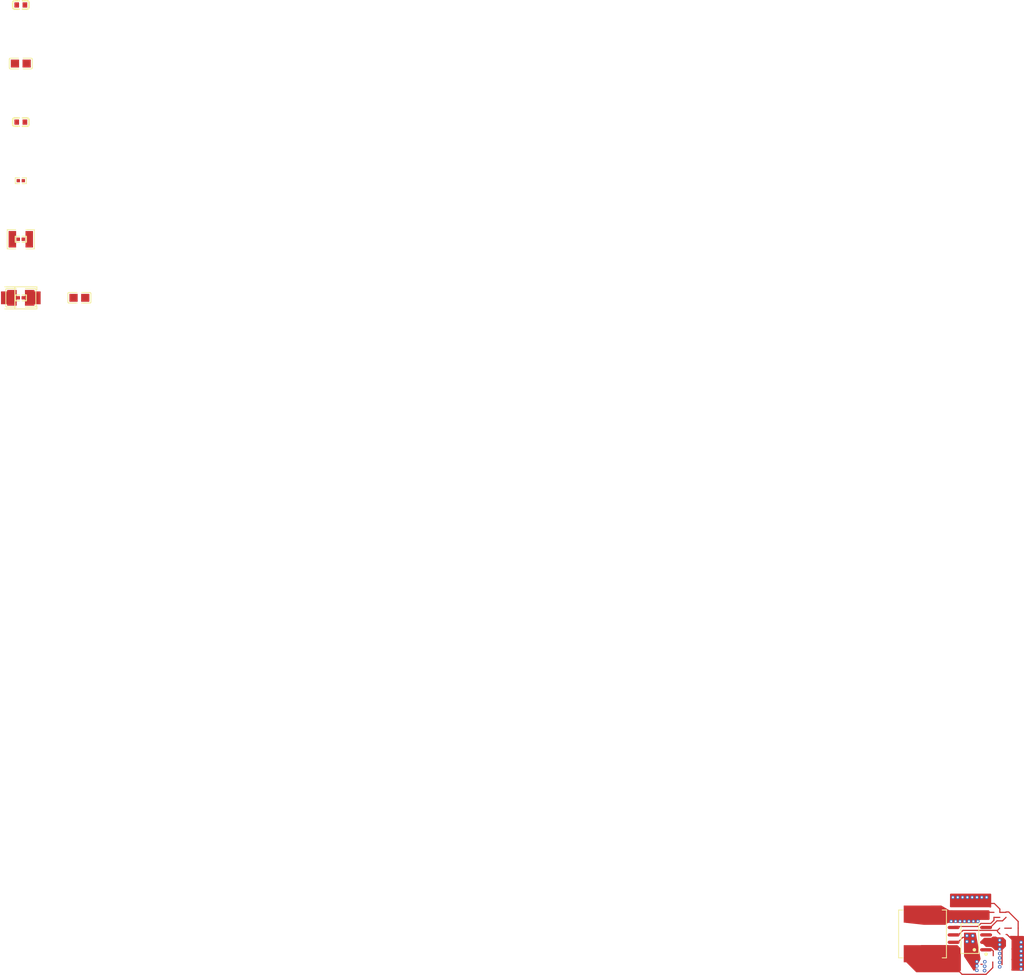
<source format=kicad_pcb>
(kicad_pcb (version 20241229) (generator "pcbnew") (generator_version "9.0")
  (layers (0 "F.Cu" signal) (2 "B.Cu" signal) (13 "F.Paste" user) (15 "B.Paste" user) (5 "F.SilkS" user "F.Silkscreen") (7 "B.SilkS" user "B.Silkscreen") (1 "F.Mask" user) (3 "B.Mask" user) (25 "Edge.Cuts" user))
  (net 3 "FB")
  (net 12 "c_comp-power-hv")
  (net 13 "cathode")
  (net 14 "anode")
  (net 15 "hv")
  (net 16 "c_comp1-power-hv")
  (net 17 "RT_CLK")
  (net 2 "c_in-power-hv")
  (net 4 "EN")
  (net 6 "c_out-power-hv")
  (footprint "Texas_Instruments_TPS54560DDAR:SOIC-8_L5.0-W4.0-P1.27-LS6.0-BL-EP2.0" (layer "F.Cu") (at 162.03 109.4 90)
    (property "Reference" "U1" (hide yes))
    (property "Value" "")
    (fp_line (start -2.53 -1.52) (end 2.53 -1.52) (stroke (width 0.15)) (layer "F.SilkS"))
    (fp_line (start -2.53 1.52) (end -2.53 -1.52) (stroke (width 0.15)) (layer "F.SilkS"))
    (fp_line (start 2.53 -1.52) (end 2.53 1.52) (stroke (width 0.15)) (layer "F.SilkS"))
    (fp_line (start 2.53 1.52) (end -2.53 1.52) (stroke (width 0.15)) (layer "F.SilkS"))
    (fp_circle (center -2.64 2.77) (end -2.49 2.77) (stroke (width 0.3)) (fill no) (layer "F.SilkS"))
    (fp_circle (center -1.91 0.77) (end -1.76 0.77) (stroke (width 0.3)) (fill no) (layer "F.SilkS"))
    (pad "1" smd oval (at -1.91 2.77 90) (size 0.57 2.04) (layers "F.Cu" "F.Mask" "F.Paste") (net 15 "hv"))
    (pad "2" smd oval (at -0.63 2.77 90) (size 0.57 2.04) (layers "F.Cu" "F.Mask" "F.Paste") (net 2 "c_in-power-hv"))
    (pad "3" smd oval (at 0.63 2.77 90) (size 0.57 2.04) (layers "F.Cu" "F.Mask" "F.Paste") (net 4 "EN"))
    (pad "4" smd oval (at 1.9 2.77 90) (size 0.57 2.04) (layers "F.Cu" "F.Mask" "F.Paste") (net 17 "RT_CLK"))
    (pad "5" smd oval (at 1.9 -2.77 90) (size 0.57 2.04) (layers "F.Cu" "F.Mask" "F.Paste") (net 3 "FB"))
    (pad "6" smd oval (at 0.63 -2.77 90) (size 0.57 2.04) (layers "F.Cu" "F.Mask" "F.Paste") (net 16 "c_comp1-power-hv"))
    (pad "7" smd oval (at -0.63 -2.77 90) (size 0.57 2.04) (layers "F.Cu" "F.Mask" "F.Paste") (net 14 "anode"))
    (pad "8" smd oval (at -1.91 -2.77 90) (size 0.57 2.04) (layers "F.Cu" "F.Mask" "F.Paste") (net 13 "cathode"))
    (pad "9" thru_hole circle (at -0.5 -0.5 90) (size 0.61 0.61) (drill 0.3) (layers "*.Cu" "*.Paste" "*.Mask") (net 14 "anode"))
    (pad "9" thru_hole circle (at -0.5 0.5 90) (size 0.61 0.61) (drill 0.3) (layers "*.Cu" "*.Paste" "*.Mask") (net 14 "anode"))
    (pad "9" smd rect (at 0 0 90) (size 2 2) (layers "F.Cu" "F.Mask" "F.Paste") (net 14 "anode"))
    (pad "9" thru_hole circle (at 0.5 -0.5 90) (size 0.61 0.61) (drill 0.3) (layers "*.Cu" "*.Paste" "*.Mask") (net 14 "anode"))
    (pad "9" thru_hole circle (at 0.5 0.5 90) (size 0.61 0.61) (drill 0.3) (layers "*.Cu" "*.Paste" "*.Mask") (net 14 "anode"))
  )
  (footprint "Sunlord_SWPA8040S2R2MT:IND-SMD_L8.0-W8.0_SWPA8040S" (layer "F.Cu") (at 153.95 108.6 -90)
    (property "Reference" "L1" (hide yes))
    (property "Value" "L 0H")
    (fp_line (start -4.08 -3.36) (end -4.08 -4.08) (stroke (width 0.15)) (layer "F.SilkS") (layers "F.SilkS"))
    (fp_line (start -4.08 -4.08) (end 4.08 -4.08) (stroke (width 0.15)) (layer "F.SilkS") (layers "F.SilkS"))
    (fp_line (start 4.08 -4.08) (end 4.08 -3.36) (stroke (width 0.15)) (layer "F.SilkS") (layers "F.SilkS"))
    (fp_line (start -4.08 3.36) (end -4.08 4.08) (stroke (width 0.15)) (layer "F.SilkS") (layers "F.SilkS"))
    (fp_line (start -4.08 4.08) (end 4.08 4.08) (stroke (width 0.15)) (layer "F.SilkS") (layers "F.SilkS"))
    (fp_line (start 4.08 4.08) (end 4.08 3.36) (stroke (width 0.15)) (layer "F.SilkS") (layers "F.SilkS"))
    (pad "1" smd rect (at 3.38 0 270) (size 2.92 6.42) (layers "F.Cu" "F.Paste" "F.Mask") (net 13 "cathode"))
    (pad "2" smd rect (at -3.38 0 270) (size 2.92 6.42) (layers "F.Cu" "F.Paste" "F.Mask") (net 6 "c_out-power-hv"))
  )
  (footprint "UNI_ROYAL_0402WGF4022TCE:R0402" (layer "F.Cu") (at 0 0 0)
    (property "Reference" "R2" (hide yes))
    (property "Value" "40200Ω")
    (fp_line (start -0.23 0.5) (end -0.94 0.5) (stroke (width 0.15)) (layer "F.SilkS") (layers "F.SilkS"))
    (fp_line (start -0.94 0.5) (end -0.94 -0.5) (stroke (width 0.15)) (layer "F.SilkS") (layers "F.SilkS"))
    (fp_line (start -0.94 -0.5) (end -0.23 -0.5) (stroke (width 0.15)) (layer "F.SilkS") (layers "F.SilkS"))
    (fp_line (start 0.23 0.5) (end 0.94 0.5) (stroke (width 0.15)) (layer "F.SilkS") (layers "F.SilkS"))
    (fp_line (start 0.94 0.5) (end 0.94 -0.5) (stroke (width 0.15)) (layer "F.SilkS") (layers "F.SilkS"))
    (fp_line (start 0.94 -0.5) (end 0.23 -0.5) (stroke (width 0.15)) (layer "F.SilkS") (layers "F.SilkS"))
    (pad "2" smd rect (at 0.43 0 0) (size 0.57 0.54) (layers "F.Cu" "F.Paste" "F.Mask") (net 3 "FB"))
    (pad "1" smd rect (at -0.43 0 0) (size 0.57 0.54) (layers "F.Cu" "F.Paste" "F.Mask") (net 6 "c_out-power-hv"))
  )
  (footprint "UNI_ROYAL_0402WGF7681TCE:R0402" (layer "F.Cu") (at 0 -10 0)
    (property "Reference" "R1" (hide yes))
    (property "Value" "7680Ω")
    (fp_line (start -0.23 0.5) (end -0.94 0.5) (stroke (width 0.15)) (layer "F.SilkS") (layers "F.SilkS"))
    (fp_line (start -0.94 0.5) (end -0.94 -0.5) (stroke (width 0.15)) (layer "F.SilkS") (layers "F.SilkS"))
    (fp_line (start -0.94 -0.5) (end -0.23 -0.5) (stroke (width 0.15)) (layer "F.SilkS") (layers "F.SilkS"))
    (fp_line (start 0.23 0.5) (end 0.94 0.5) (stroke (width 0.15)) (layer "F.SilkS") (layers "F.SilkS"))
    (fp_line (start 0.94 0.5) (end 0.94 -0.5) (stroke (width 0.15)) (layer "F.SilkS") (layers "F.SilkS"))
    (fp_line (start 0.94 -0.5) (end 0.23 -0.5) (stroke (width 0.15)) (layer "F.SilkS") (layers "F.SilkS"))
    (pad "2" smd rect (at 0.43 0 0) (size 0.57 0.54) (layers "F.Cu" "F.Paste" "F.Mask") (net 14 "anode"))
    (pad "1" smd rect (at -0.43 0 0) (size 0.57 0.54) (layers "F.Cu" "F.Paste" "F.Mask") (net 3 "FB"))
  )
  (footprint "STMicroelectronics_STPS340U:SMB_L4.6-W3.6-LS5.3-RD" (layer "F.Cu") (at 0 0 0)
    (property "Reference" "D1" (hide yes))
    (property "Value" "")
    (fp_line (start -1.02 -1.89) (end -1.02 1.89) (stroke (width 0.15)) (layer "F.SilkS"))
    (fp_line (start -2.74 -1.89) (end 2.74 -1.89) (stroke (width 0.15)) (layer "F.SilkS"))
    (fp_line (start -2.74 1.89) (end 2.74 1.89) (stroke (width 0.15)) (layer "F.SilkS"))
    (fp_line (start 2.74 -1.89) (end 2.74 -1.3) (stroke (width 0.15)) (layer "F.SilkS"))
    (fp_line (start 2.74 1.89) (end 2.74 1.3) (stroke (width 0.15)) (layer "F.SilkS"))
    (pad "2" smd rect (at 2.36 0 0) (size 2.05 2.19) (layers "F.Cu" "F.Paste" "F.Mask") (net 14 "anode"))
    (pad "1" smd rect (at -2.36 0 0) (size 2.05 2.19) (layers "F.Cu" "F.Paste" "F.Mask") (net 13 "cathode"))
  )
  (footprint "Samsung_Electro_Mechanics_CL21A106KAYNNNE:C0805" (layer "F.Cu") (at 10 0 0)
    (property "Reference" "C1" (hide yes))
    (property "Value" "0F")
    (fp_line (start 1.81 -0.9) (end 0.4 -0.9) (stroke (width 0.15)) (layer "F.SilkS") (layers "F.SilkS"))
    (fp_line (start 0.4 0.9) (end 1.81 0.9) (stroke (width 0.15)) (layer "F.SilkS") (layers "F.SilkS"))
    (fp_line (start 1.96 0.75) (end 1.96 -0.75) (stroke (width 0.15)) (layer "F.SilkS") (layers "F.SilkS"))
    (fp_line (start -1.81 -0.9) (end -0.4 -0.9) (stroke (width 0.15)) (layer "F.SilkS") (layers "F.SilkS"))
    (fp_line (start -0.4 0.9) (end -1.81 0.9) (stroke (width 0.15)) (layer "F.SilkS") (layers "F.SilkS"))
    (fp_line (start -1.96 0.75) (end -1.96 -0.75) (stroke (width 0.15)) (layer "F.SilkS") (layers "F.SilkS"))
    (fp_arc (start 1.96 0.75) (mid 1.916066 0.856066) (end 1.81 0.9) (stroke (width 0.15)) (layer "F.SilkS"))
    (fp_arc (start 1.81 -0.9) (mid 1.916066 -0.856066) (end 1.96 -0.75) (stroke (width 0.15)) (layer "F.SilkS"))
    (fp_arc (start -1.96 0.75) (mid -1.916066 0.856066) (end -1.81 0.9) (stroke (width 0.15)) (layer "F.SilkS"))
    (fp_arc (start -1.81 -0.9) (mid -1.916066 -0.856066) (end -1.96 -0.75) (stroke (width 0.15)) (layer "F.SilkS"))
    (pad "2" smd rect (at 1 0 0) (size 1.41 1.35) (layers "F.Cu" "F.Paste" "F.Mask") (net 14 "anode"))
    (pad "1" smd rect (at -1 0 0) (size 1.41 1.35) (layers "F.Cu" "F.Paste" "F.Mask") (net 2 "c_in-power-hv"))
  )
  (footprint "Chinocera_HGC1210R5107M160NSVK:C1210" (layer "F.Cu") (at 0 0 0)
    (property "Reference" "C5" (hide yes))
    (property "Value" "0F")
    (fp_line (start 2.56 1.43) (end 2.56 -1.43) (stroke (width 0.15)) (layer "F.SilkS") (layers "F.SilkS"))
    (fp_line (start 2.41 -1.58) (end 0.78 -1.58) (stroke (width 0.15)) (layer "F.SilkS") (layers "F.SilkS"))
    (fp_line (start 0.78 1.58) (end 2.41 1.58) (stroke (width 0.15)) (layer "F.SilkS") (layers "F.SilkS"))
    (fp_line (start -2.41 -1.58) (end -0.78 -1.58) (stroke (width 0.15)) (layer "F.SilkS") (layers "F.SilkS"))
    (fp_line (start -0.78 1.58) (end -2.41 1.58) (stroke (width 0.15)) (layer "F.SilkS") (layers "F.SilkS"))
    (fp_line (start -2.56 1.43) (end -2.56 -1.43) (stroke (width 0.15)) (layer "F.SilkS") (layers "F.SilkS"))
    (fp_arc (start 2.56 1.43) (mid 2.516066 1.536066) (end 2.41 1.58) (stroke (width 0.15)) (layer "F.SilkS"))
    (fp_arc (start 2.41 -1.58) (mid 2.516066 -1.536066) (end 2.56 -1.43) (stroke (width 0.15)) (layer "F.SilkS"))
    (fp_arc (start -2.56 1.43) (mid -2.516066 1.536066) (end -2.41 1.58) (stroke (width 0.15)) (layer "F.SilkS"))
    (fp_arc (start -2.41 -1.58) (mid -2.516066 -1.536066) (end -2.56 -1.43) (stroke (width 0.15)) (layer "F.SilkS"))
    (pad "2" smd rect (at 1.52 0 0) (size 1.63 2.7) (layers "F.Cu" "F.Paste" "F.Mask") (net 14 "anode"))
    (pad "1" smd rect (at -1.52 0 0) (size 1.63 2.7) (layers "F.Cu" "F.Paste" "F.Mask") (net 6 "c_out-power-hv"))
  )
  (footprint "Vishay_Intertech_CRCW040295K3FKED:R0402" (layer "F.Cu") (at 0 -10 0)
    (property "Reference" "R4" (hide yes))
    (property "Value" "95300Ω")
    (fp_line (start -0.23 0.5) (end -0.94 0.5) (stroke (width 0.15)) (layer "F.SilkS") (layers "F.SilkS"))
    (fp_line (start -0.94 0.5) (end -0.94 -0.5) (stroke (width 0.15)) (layer "F.SilkS") (layers "F.SilkS"))
    (fp_line (start -0.94 -0.5) (end -0.23 -0.5) (stroke (width 0.15)) (layer "F.SilkS") (layers "F.SilkS"))
    (fp_line (start 0.23 0.5) (end 0.94 0.5) (stroke (width 0.15)) (layer "F.SilkS") (layers "F.SilkS"))
    (fp_line (start 0.94 0.5) (end 0.94 -0.5) (stroke (width 0.15)) (layer "F.SilkS") (layers "F.SilkS"))
    (fp_line (start 0.94 -0.5) (end 0.23 -0.5) (stroke (width 0.15)) (layer "F.SilkS") (layers "F.SilkS"))
    (pad "2" smd rect (at 0.43 0 0) (size 0.57 0.54) (layers "F.Cu" "F.Paste" "F.Mask") (net 14 "anode"))
    (pad "1" smd rect (at -0.43 0 0) (size 0.57 0.54) (layers "F.Cu" "F.Paste" "F.Mask") (net 17 "RT_CLK"))
  )
  (footprint "YAGEO_RC0402FR_0723K7L:R0402" (layer "F.Cu") (at 0 -20 0)
    (property "Reference" "R3" (hide yes))
    (property "Value" "23700Ω")
    (fp_line (start -0.23 0.5) (end -0.94 0.5) (stroke (width 0.15)) (layer "F.SilkS") (layers "F.SilkS"))
    (fp_line (start -0.94 0.5) (end -0.94 -0.5) (stroke (width 0.15)) (layer "F.SilkS") (layers "F.SilkS"))
    (fp_line (start -0.94 -0.5) (end -0.23 -0.5) (stroke (width 0.15)) (layer "F.SilkS") (layers "F.SilkS"))
    (fp_line (start 0.23 0.5) (end 0.94 0.5) (stroke (width 0.15)) (layer "F.SilkS") (layers "F.SilkS"))
    (fp_line (start 0.94 0.5) (end 0.94 -0.5) (stroke (width 0.15)) (layer "F.SilkS") (layers "F.SilkS"))
    (fp_line (start 0.94 -0.5) (end 0.23 -0.5) (stroke (width 0.15)) (layer "F.SilkS") (layers "F.SilkS"))
    (pad "2" smd rect (at 0.43 0 0) (size 0.57 0.54) (layers "F.Cu" "F.Paste" "F.Mask") (net 12 "c_comp-power-hv"))
    (pad "1" smd rect (at -0.43 0 0) (size 0.57 0.54) (layers "F.Cu" "F.Paste" "F.Mask") (net 16 "c_comp1-power-hv"))
  )
  (footprint "YAGEO_CC0603JRNPO9BN8R2:C0603" (layer "F.Cu") (at 0 -30 0)
    (property "Reference" "C3" (hide yes))
    (property "Value" "0F")
    (fp_line (start -0.28 0.71) (end -1.08 0.71) (stroke (width 0.25)) (layer "F.SilkS") (layers "F.SilkS"))
    (fp_line (start 0.28 0.71) (end 1.08 0.71) (stroke (width 0.25)) (layer "F.SilkS") (layers "F.SilkS"))
    (fp_line (start -0.28 -0.71) (end -1.08 -0.71) (stroke (width 0.25)) (layer "F.SilkS") (layers "F.SilkS"))
    (fp_line (start 0.28 -0.71) (end 1.08 -0.71) (stroke (width 0.25)) (layer "F.SilkS") (layers "F.SilkS"))
    (fp_line (start -1.39 0.4) (end -1.39 -0.4) (stroke (width 0.25)) (layer "F.SilkS") (layers "F.SilkS"))
    (fp_line (start 1.39 -0.4) (end 1.39 0.4) (stroke (width 0.25)) (layer "F.SilkS") (layers "F.SilkS"))
    (fp_arc (start 1.39 -0.4) (mid 1.2992031 -0.6192031) (end 1.08 -0.71) (stroke (width 0.25)) (layer "F.SilkS"))
    (fp_arc (start 1.08 0.71) (mid 1.2992031 0.6192031) (end 1.39 0.4) (stroke (width 0.25)) (layer "F.SilkS"))
    (fp_arc (start -1.39 0.4) (mid -1.2992031 0.6192031) (end -1.08 0.71) (stroke (width 0.25)) (layer "F.SilkS"))
    (fp_arc (start -1.08 -0.71) (mid -1.2992031 -0.6192031) (end -1.39 -0.4) (stroke (width 0.25)) (layer "F.SilkS"))
    (pad "2" smd rect (at 0.7 0 0) (size 0.8 0.9) (layers "F.Cu" "F.Paste" "F.Mask") (net 14 "anode"))
    (pad "1" smd rect (at -0.7 0 0) (size 0.8 0.9) (layers "F.Cu" "F.Paste" "F.Mask") (net 16 "c_comp1-power-hv"))
  )
  (footprint "FH_0805B333K500NT:C0805" (layer "F.Cu") (at 0 -40 0)
    (property "Reference" "C4" (hide yes))
    (property "Value" "0F")
    (fp_line (start 1.81 -0.9) (end 0.4 -0.9) (stroke (width 0.15)) (layer "F.SilkS") (layers "F.SilkS"))
    (fp_line (start 0.4 0.9) (end 1.81 0.9) (stroke (width 0.15)) (layer "F.SilkS") (layers "F.SilkS"))
    (fp_line (start 1.96 0.75) (end 1.96 -0.75) (stroke (width 0.15)) (layer "F.SilkS") (layers "F.SilkS"))
    (fp_line (start -1.81 -0.9) (end -0.4 -0.9) (stroke (width 0.15)) (layer "F.SilkS") (layers "F.SilkS"))
    (fp_line (start -0.4 0.9) (end -1.81 0.9) (stroke (width 0.15)) (layer "F.SilkS") (layers "F.SilkS"))
    (fp_line (start -1.96 0.75) (end -1.96 -0.75) (stroke (width 0.15)) (layer "F.SilkS") (layers "F.SilkS"))
    (fp_arc (start 1.96 0.75) (mid 1.916066 0.856066) (end 1.81 0.9) (stroke (width 0.15)) (layer "F.SilkS"))
    (fp_arc (start 1.81 -0.9) (mid 1.916066 -0.856066) (end 1.96 -0.75) (stroke (width 0.15)) (layer "F.SilkS"))
    (fp_arc (start -1.96 0.75) (mid -1.916066 0.856066) (end -1.81 0.9) (stroke (width 0.15)) (layer "F.SilkS"))
    (fp_arc (start -1.81 -0.9) (mid -1.916066 -0.856066) (end -1.96 -0.75) (stroke (width 0.15)) (layer "F.SilkS"))
    (pad "2" smd rect (at 1 0 0) (size 1.41 1.35) (layers "F.Cu" "F.Paste" "F.Mask") (net 14 "anode"))
    (pad "1" smd rect (at -1 0 0) (size 1.41 1.35) (layers "F.Cu" "F.Paste" "F.Mask") (net 12 "c_comp-power-hv"))
  )
  (footprint "YAGEO_CC0603KRX7R9BB104:C0603" (layer "F.Cu") (at 0 -50 0)
    (property "Reference" "C2" (hide yes))
    (property "Value" "0F")
    (fp_line (start -0.28 0.71) (end -1.08 0.71) (stroke (width 0.25)) (layer "F.SilkS") (layers "F.SilkS"))
    (fp_line (start 0.28 0.71) (end 1.08 0.71) (stroke (width 0.25)) (layer "F.SilkS") (layers "F.SilkS"))
    (fp_line (start -0.28 -0.71) (end -1.08 -0.71) (stroke (width 0.25)) (layer "F.SilkS") (layers "F.SilkS"))
    (fp_line (start 0.28 -0.71) (end 1.08 -0.71) (stroke (width 0.25)) (layer "F.SilkS") (layers "F.SilkS"))
    (fp_line (start -1.39 0.4) (end -1.39 -0.4) (stroke (width 0.25)) (layer "F.SilkS") (layers "F.SilkS"))
    (fp_line (start 1.39 -0.4) (end 1.39 0.4) (stroke (width 0.25)) (layer "F.SilkS") (layers "F.SilkS"))
    (fp_arc (start 1.39 -0.4) (mid 1.2992031 -0.6192031) (end 1.08 -0.71) (stroke (width 0.25)) (layer "F.SilkS"))
    (fp_arc (start 1.08 0.71) (mid 1.2992031 0.6192031) (end 1.39 0.4) (stroke (width 0.25)) (layer "F.SilkS"))
    (fp_arc (start -1.39 0.4) (mid -1.2992031 0.6192031) (end -1.08 0.71) (stroke (width 0.25)) (layer "F.SilkS"))
    (fp_arc (start -1.08 -0.71) (mid -1.2992031 -0.6192031) (end -1.39 -0.4) (stroke (width 0.25)) (layer "F.SilkS"))
    (pad "2" smd rect (at 0.7 0 0) (size 0.8 0.9) (layers "F.Cu" "F.Paste" "F.Mask") (net 13 "cathode"))
    (pad "1" smd rect (at -0.7 0 0) (size 0.8 0.9) (layers "F.Cu" "F.Paste" "F.Mask") (net 15 "hv"))
  )
  (footprint "UNI_ROYAL_0402WGF1003TCE:R0402" (layer "F.Cu") (at 0 0 0)
    (property "Reference" "R5" (hide yes))
    (property "Value" "100000Ω")
    (fp_line (start -0.23 0.5) (end -0.94 0.5) (stroke (width 0.15)) (layer "F.SilkS") (layers "F.SilkS"))
    (fp_line (start -0.94 0.5) (end -0.94 -0.5) (stroke (width 0.15)) (layer "F.SilkS") (layers "F.SilkS"))
    (fp_line (start -0.94 -0.5) (end -0.23 -0.5) (stroke (width 0.15)) (layer "F.SilkS") (layers "F.SilkS"))
    (fp_line (start 0.23 0.5) (end 0.94 0.5) (stroke (width 0.15)) (layer "F.SilkS") (layers "F.SilkS"))
    (fp_line (start 0.94 0.5) (end 0.94 -0.5) (stroke (width 0.15)) (layer "F.SilkS") (layers "F.SilkS"))
    (fp_line (start 0.94 -0.5) (end 0.23 -0.5) (stroke (width 0.15)) (layer "F.SilkS") (layers "F.SilkS"))
    (pad "2" smd rect (at 0.43 0 0) (size 0.57 0.54) (layers "F.Cu" "F.Paste" "F.Mask") (net 4 "EN"))
    (pad "1" smd rect (at -0.43 0 0) (size 0.57 0.54) (layers "F.Cu" "F.Paste" "F.Mask") (net 2 "c_in-power-hv"))
  )
  (footprint "UNI_ROYAL_1210W2F100KT5E:R1210" (layer "F.Cu") (at 0 -10 0)
    (property "Reference" "R6" (hide yes))
    (property "Value" "1Ω")
    (fp_line (start 0.88 1.63) (end 2.31 1.63) (stroke (width 0.15)) (layer "F.SilkS") (layers "F.SilkS"))
    (fp_line (start 2.31 1.63) (end 2.31 -1.63) (stroke (width 0.15)) (layer "F.SilkS") (layers "F.SilkS"))
    (fp_line (start 2.31 -1.63) (end 0.88 -1.63) (stroke (width 0.15)) (layer "F.SilkS") (layers "F.SilkS"))
    (fp_line (start -0.88 1.63) (end -2.31 1.63) (stroke (width 0.15)) (layer "F.SilkS") (layers "F.SilkS"))
    (fp_line (start -2.31 1.63) (end -2.31 -1.63) (stroke (width 0.15)) (layer "F.SilkS") (layers "F.SilkS"))
    (fp_line (start -2.31 -1.63) (end -0.88 -1.63) (stroke (width 0.15)) (layer "F.SilkS") (layers "F.SilkS"))
    (pad "2" smd rect (at 1.44 0 0) (size 1.28 2.81) (layers "F.Cu" "F.Paste" "F.Mask") (net 14 "anode"))
    (pad "1" smd rect (at -1.44 0 0) (size 1.28 2.81) (layers "F.Cu" "F.Paste" "F.Mask") (net 6 "c_out-power-hv"))
  )
  (via (at 160.784809 102.350011) (size 0.6) (drill 0.3) (layers "F.Cu" "B.Cu") (net 1))
  (via (at 159.143053 102.350011) (size 0.6) (drill 0.3) (layers "F.Cu" "B.Cu") (net 1))
  (via (at 170.775 113.059056) (size 0.6) (drill 0.3) (layers "F.Cu" "B.Cu") (net 1))
  (via (at 164.540851 114.858705) (size 0.6) (drill 0.3) (layers "F.Cu" "B.Cu") (net 1))
  (via (at 170.775 110.78514) (size 0.6) (drill 0.3) (layers "F.Cu" "B.Cu") (net 1))
  (via (at 164.554562 114.132014) (size 0.6) (drill 0.3) (layers "F.Cu" "B.Cu") (net 1))
  (via (at 164.581984 113.350479) (size 0.6) (drill 0.3) (layers "F.Cu" "B.Cu") (net 1))
  (via (at 163.224581 113.336768) (size 0.6) (drill 0.3) (layers "F.Cu" "B.Cu") (net 1))
  (via (at 162.426564 102.350011) (size 0.6) (drill 0.3) (layers "F.Cu" "B.Cu") (net 1))
  (via (at 161.605687 102.350011) (size 0.6) (drill 0.3) (layers "F.Cu" "B.Cu") (net 1))
  (via (at 163.247442 102.350011) (size 0.6) (drill 0.3) (layers "F.Cu" "B.Cu") (net 1))
  (via (at 170.775 114.575) (size 0.6) (drill 0.3) (layers "F.Cu" "B.Cu") (net 1))
  (via (at 170.775 113.817028) (size 0.6) (drill 0.3) (layers "F.Cu" "B.Cu") (net 1))
  (via (at 164.06832 102.350011) (size 0.6) (drill 0.3) (layers "F.Cu" "B.Cu") (net 1))
  (via (at 170.775 110.027168) (size 0.6) (drill 0.3) (layers "F.Cu" "B.Cu") (net 1))
  (via (at 163.224581 114.063458) (size 0.6) (drill 0.3) (layers "F.Cu" "B.Cu") (net 1))
  (via (at 159.963931 102.350011) (size 0.6) (drill 0.3) (layers "F.Cu" "B.Cu") (net 1))
  (via (at 170.775 112.301084) (size 0.6) (drill 0.3) (layers "F.Cu" "B.Cu") (net 1))
  (via (at 164.889198 102.350011) (size 0.6) (drill 0.3) (layers "F.Cu" "B.Cu") (net 1))
  (via (at 170.775 111.543112) (size 0.6) (drill 0.3) (layers "F.Cu" "B.Cu") (net 1))
  (via (at 163.224581 114.817572) (size 0.6) (drill 0.3) (layers "F.Cu" "B.Cu") (net 1))
  (via (at 159.602168 106.45) (size 0.6) (drill 0.3) (layers "F.Cu" "B.Cu") (net 6))
  (via (at 162.634056 106.45) (size 0.6) (drill 0.3) (layers "F.Cu" "B.Cu") (net 6))
  (via (at 161.118112 106.45) (size 0.6) (drill 0.3) (layers "F.Cu" "B.Cu") (net 6))
  (via (at 161.876084 106.45) (size 0.6) (drill 0.3) (layers "F.Cu" "B.Cu") (net 6))
  (via (at 158.844196 106.45) (size 0.6) (drill 0.3) (layers "F.Cu" "B.Cu") (net 6))
  (via (at 160.36014 106.45) (size 0.6) (drill 0.3) (layers "F.Cu" "B.Cu") (net 6))
  (via (at 163.392028 106.45) (size 0.6) (drill 0.3) (layers "F.Cu" "B.Cu") (net 6))
  (via (at 167.125 109.669196) (size 0.6) (drill 0.3) (layers "F.Cu" "B.Cu") (net 9))
  (via (at 167.125 113.459056) (size 0.6) (drill 0.3) (layers "F.Cu" "B.Cu") (net 9))
  (via (at 167.125 112.701084) (size 0.6) (drill 0.3) (layers "F.Cu" "B.Cu") (net 9))
  (via (at 167.125 110.427168) (size 0.6) (drill 0.3) (layers "F.Cu" "B.Cu") (net 9))
  (via (at 167.125 111.18514) (size 0.6) (drill 0.3) (layers "F.Cu" "B.Cu") (net 9))
  (via (at 167.125 111.943112) (size 0.6) (drill 0.3) (layers "F.Cu" "B.Cu") (net 9))
  (via (at 167.125 114.217028) (size 0.6) (drill 0.3) (layers "F.Cu" "B.Cu") (net 9))
  (segment (start 159.355 109.93) (end 160.09 109.93) (width 0.2) (layer "F.Cu") (net 1))
  (segment (start 170.28 107.61) (end 170.28 109.928673) (width 0.2) (layer "F.Cu") (net 1))
  (segment (start 170.28 109.928673) (end 169.94 110.268673) (width 0.2) (layer "F.Cu") (net 1))
  (segment (start 167.15 104.35) (end 166.2 103.4) (width 0.2) (layer "F.Cu") (net 1))
  (segment (start 170.28 106.47) (end 170.28 107.61) (width 0.2) (layer "F.Cu") (net 1))
  (segment (start 169.496296 110.053704) (end 169.525 110.025) (width 0.2) (layer "F.Cu") (net 1))
  (segment (start 166.2 103.4) (end 164.75 103.4) (width 0.2) (layer "F.Cu") (net 1))
  (segment (start 163.914355 113.785878) (end 164.158874 113.785878) (width 0.2) (layer "F.Cu") (net 1))
  (segment (start 168.21 108.7) (end 168.371327 108.7) (width 0.2) (layer "F.Cu") (net 1))
  (segment (start 164.75 103.4) (end 159.35 103.4) (width 0.2) (layer "F.Cu") (net 1))
  (segment (start 167.15 104.92) (end 168.2 104.92) (width 0.2) (layer "F.Cu") (net 1))
  (segment (start 160.826 109.194) (end 162.019 109.194) (width 0.2) (layer "F.Cu") (net 1))
  (segment (start 168.371327 108.7) (end 169.94 110.268673) (width 0.2) (layer "F.Cu") (net 1))
  (segment (start 167.15 104.92) (end 167.15 104.35) (width 0.2) (layer "F.Cu") (net 1))
  (segment (start 162.019 109.194) (end 162.625 109.8) (width 0.2) (layer "F.Cu") (net 1))
  (segment (start 169.496296 113.833977) (end 169.496296 110.053704) (width 0.2) (layer "F.Cu") (net 1))
  (segment (start 168.66 104.85) (end 170.28 106.47) (width 0.2) (layer "F.Cu") (net 1))
  (segment (start 168.19 104.85) (end 168.66 104.85) (width 0.2) (layer "F.Cu") (net 1))
  (segment (start 160.09 109.93) (end 160.826 109.194) (width 0.2) (layer "F.Cu") (net 1))
  (segment (start 164.8 115.5) (end 165.94 114.36) (width 0.2) (layer "F.Cu") (net 2))
  (segment (start 159.163874 114.060878) (end 159.163874 111.401126) (width 0.2) (layer "F.Cu") (net 2))
  (segment (start 159.163874 111.401126) (end 159.355 111.21) (width 0.2) (layer "F.Cu") (net 2))
  (segment (start 154.025 111.98) (end 158.585 111.98) (width 0.2) (layer "F.Cu") (net 2))
  (segment (start 165.94 114.36) (end 165.94 113.39) (width 0.2) (layer "F.Cu") (net 2))
  (segment (start 159.08 113.92) (end 159.12 113.92) (width 0.2) (layer "F.Cu") (net 2))
  (segment (start 158.585 111.98) (end 159.355 111.21) (width 0.2) (layer "F.Cu") (net 2))
  (segment (start 159.12 113.92) (end 160.7 115.5) (width 0.2) (layer "F.Cu") (net 2))
  (segment (start 160.7 115.5) (end 164.8 115.5) (width 0.2) (layer "F.Cu") (net 2))
  (segment (start 160.851 107.999) (end 166.746 107.999) (width 0.2) (layer "F.Cu") (net 3))
  (segment (start 160.18 108.67) (end 160.851 107.999) (width 0.2) (layer "F.Cu") (net 3))
  (segment (start 166.746 107.999) (end 167.12 107.625) (width 0.2) (layer "F.Cu") (net 3))
  (segment (start 166.746 107.999) (end 166.746 108.196) (width 0.2) (layer "F.Cu") (net 3))
  (segment (start 159.355 108.67) (end 160.18 108.67) (width 0.2) (layer "F.Cu") (net 3))
  (segment (start 166.746 108.196) (end 167.175 108.625) (width 0.2) (layer "F.Cu") (net 3))
  (segment (start 166.025 111.525) (end 166.025 112.325) (width 0.2) (layer "F.Cu") (net 4))
  (segment (start 164.895 111.21) (end 165.71 111.21) (width 0.2) (layer "F.Cu") (net 4))
  (segment (start 165.71 111.21) (end 166.025 111.525) (width 0.2) (layer "F.Cu") (net 4))
  (segment (start 154.205 105.4) (end 154.025 105.22) (width 0.2) (layer "F.Cu") (net 6))
  (segment (start 165.230394 104.919606) (end 164.75 105.4) (width 0.2) (layer "F.Cu") (net 6))
  (segment (start 166.147367 104.919606) (end 165.230394 104.919606) (width 0.2) (layer "F.Cu") (net 6))
  (segment (start 164.75 105.4) (end 159.35 105.4) (width 0.2) (layer "F.Cu") (net 6))
  (segment (start 159.35 105.4) (end 154.205 105.4) (width 0.2) (layer "F.Cu") (net 6))
  (segment (start 165.597973 106.814) (end 166.147367 106.264606) (width 0.2) (layer "F.Cu") (net 7))
  (segment (start 159.43 107.325) (end 163.4 107.325) (width 0.2) (layer "F.Cu") (net 7))
  (segment (start 163.4 107.325) (end 163.567729 107.157271) (width 0.2) (layer "F.Cu") (net 7))
  (segment (start 163.574 107.157271) (end 163.917271 106.814) (width 0.2) (layer "F.Cu") (net 7))
  (segment (start 163.567729 107.157271) (end 163.574 107.157271) (width 0.2) (layer "F.Cu") (net 7))
  (segment (start 163.917271 106.814) (end 165.597973 106.814) (width 0.2) (layer "F.Cu") (net 7))
  (segment (start 166.147761 105.78) (end 166.147367 105.779606) (width 0.2) (layer "F.Cu") (net 7))
  (segment (start 159.355 107.4) (end 159.43 107.325) (width 0.2) (layer "F.Cu") (net 7))
  (segment (start 166.147367 106.264606) (end 166.147367 105.779606) (width 0.2) (layer "F.Cu") (net 7))
  (segment (start 167.15 105.78) (end 166.147761 105.78) (width 0.2) (layer "F.Cu") (net 7))
  (segment (start 168.2 105.78) (end 168.2 105.795) (width 0.2) (layer "F.Cu") (net 8))
  (segment (start 164.895 107.4) (end 165.63 107.4) (width 0.2) (layer "F.Cu") (net 8))
  (segment (start 167.614 106.366) (end 168.2 105.78) (width 0.2) (layer "F.Cu") (net 8))
  (segment (start 166.664 106.366) (end 167.614 106.366) (width 0.2) (layer "F.Cu") (net 8))
  (segment (start 165.63 107.4) (end 166.664 106.366) (width 0.2) (layer "F.Cu") (net 8))
  (segment (start 167.525 110.025) (end 167.525 113.805273) (width 0.2) (layer "F.Cu") (net 9))
  (segment (start 167.525 113.805273) (end 167.496296 113.833977) (width 0.2) (layer "F.Cu") (net 9))
  (segment (start 164.99 110.025) (end 164.895 109.93) (width 0.2) (layer "F.Cu") (net 9))
  (segment (start 167.525 110.025) (end 164.99 110.025) (width 0.2) (layer "F.Cu") (net 9))
  (segment (start 169.075 107.625) (end 169.1 107.6) (width 0.2) (layer "F.Cu") (net 10))
  (segment (start 167.98 107.625) (end 169.075 107.625) (width 0.2) (layer "F.Cu") (net 10))
  (zone (net 6) (net_name "output_caps[3]-power-hv") (layers "F.Cu") (priority 4) (connect_pads (clearance 0.5)) (min_thickness 0.25) (fill yes (thermal_gap 0.5) (thermal_bridge_width 0.5))
    (polygon (pts (xy 157.158442 103.759651) (xy 158.526776 104.553284) (xy 165.294339 104.556987) (xy 165.4 104.712908) (xy 165.4 106.1) (xy 164.45 107.05) (xy 154.2 107.05) (xy 150.754794 106.668331) (xy 155.427772 103.772228)))
  )
  (zone (net 1) (net_name "c_in-power-hv") (layers "F.Cu") (priority 2) (connect_pads (clearance 0.2)) (min_thickness 0.25) (fill yes (thermal_gap 0.5) (thermal_bridge_width 0.5))
    (polygon (pts (xy 163.04 108.410423) (xy 163.87 112.89) (xy 162.75 115) (xy 161.04 112.46) (xy 161.02 110.39) (xy 161.03 108.41)))
  )
  (zone (net 1) (net_name "c_in-power-hv") (layers "F.Cu") (priority 2) (connect_pads (clearance 0.5)) (min_thickness 0.25) (fill yes (thermal_gap 0.5) (thermal_bridge_width 0.5))
    (polygon (pts (xy 158.648673 101.725) (xy 165.675 101.725) (xy 165.675 104.1) (xy 165.375 104.4) (xy 159.95 104.4) (xy 158.625 104.4)))
  )
  (zone (net 9) (net_name "power_in-hv") (layers "F.Cu") (connect_pads (clearance 0.2)) (min_thickness 0.25) (fill yes (thermal_gap 0.5) (thermal_bridge_width 0.5))
    (polygon (pts (xy 164 110.05) (xy 165.35 111.4) (xy 167.525 111.4) (xy 168.2 110.725) (xy 168.2 109.675) (xy 167.575 109.05) (xy 164.675 109.05) (xy 164 109.725)))
  )
  (zone (net 1) (net_name "c_in-power-hv") (layers "F.Cu") (priority 2) (connect_pads (clearance 0.5)) (min_thickness 0.25) (fill yes (thermal_gap 0.5) (thermal_bridge_width 0.5))
    (polygon (pts (xy 171.275 108.948673) (xy 171.275 114.9) (xy 168.55 114.875) (xy 168.55 114.45) (xy 168.6 110.25) (xy 168.6 108.925)))
  )
  (zone (net 2) (net_name "SW") (layers "F.Cu") (priority 4) (connect_pads (clearance 0.2)) (min_thickness 0.25) (fill yes (thermal_gap 0.5) (thermal_bridge_width 0.5))
    (polygon (pts (xy 159.9 110.5) (xy 160.5 111.1) (xy 160.5 114.85) (xy 160.2 115.15) (xy 152.875 115.15) (xy 150.95 113.225) (xy 150.975 113.25) (xy 153.725 110.5)))
  )
)
</source>
